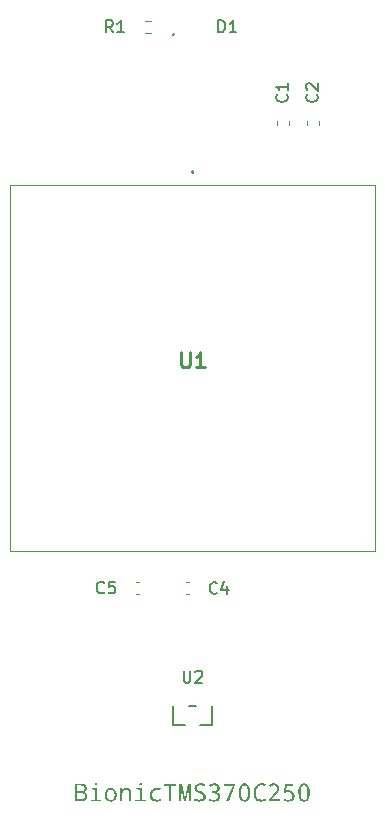
<source format=gbr>
G04 #@! TF.GenerationSoftware,KiCad,Pcbnew,9.0.7-9.0.7~ubuntu25.10.1*
G04 #@! TF.CreationDate,2026-02-01T15:22:41+09:00*
G04 #@! TF.ProjectId,bionic-tms370c250,62696f6e-6963-42d7-946d-733337306332,3*
G04 #@! TF.SameCoordinates,Original*
G04 #@! TF.FileFunction,Legend,Top*
G04 #@! TF.FilePolarity,Positive*
%FSLAX46Y46*%
G04 Gerber Fmt 4.6, Leading zero omitted, Abs format (unit mm)*
G04 Created by KiCad (PCBNEW 9.0.7-9.0.7~ubuntu25.10.1) date 2026-02-01 15:22:41*
%MOMM*%
%LPD*%
G01*
G04 APERTURE LIST*
%ADD10C,0.150000*%
%ADD11C,0.254000*%
%ADD12C,0.152400*%
%ADD13C,0.100000*%
%ADD14C,0.200000*%
%ADD15C,0.120000*%
G04 APERTURE END LIST*
D10*
G36*
X104364302Y-135676957D02*
G01*
X104476714Y-135695966D01*
X104562106Y-135724097D01*
X104625889Y-135759448D01*
X104679554Y-135808979D01*
X104718620Y-135871540D01*
X104743483Y-135949979D01*
X104752468Y-136048509D01*
X104743121Y-136132661D01*
X104716262Y-136204404D01*
X104671960Y-136266496D01*
X104613489Y-136315933D01*
X104541899Y-136351161D01*
X104454248Y-136371917D01*
X104454248Y-136382175D01*
X104566509Y-136410284D01*
X104650962Y-136450758D01*
X104713295Y-136502106D01*
X104757347Y-136564717D01*
X104784692Y-136640817D01*
X104794417Y-136734160D01*
X104785562Y-136834321D01*
X104760420Y-136919279D01*
X104719991Y-136991916D01*
X104663716Y-137054270D01*
X104595618Y-137103334D01*
X104515258Y-137139492D01*
X104420280Y-137162373D01*
X104307702Y-137170500D01*
X103767681Y-137170500D01*
X103767681Y-137007559D01*
X103959290Y-137007559D01*
X104273905Y-137007559D01*
X104379970Y-136998123D01*
X104458541Y-136972830D01*
X104516133Y-136934364D01*
X104557114Y-136882684D01*
X104583077Y-136815043D01*
X104592550Y-136726466D01*
X104583250Y-136646542D01*
X104557469Y-136584595D01*
X104516009Y-136536312D01*
X104456486Y-136499629D01*
X104373746Y-136475119D01*
X104260533Y-136465889D01*
X103959290Y-136465889D01*
X103959290Y-137007559D01*
X103767681Y-137007559D01*
X103767681Y-136302949D01*
X103959290Y-136302949D01*
X104250366Y-136302949D01*
X104356109Y-136295385D01*
X104431282Y-136275652D01*
X104483465Y-136246895D01*
X104522437Y-136204117D01*
X104547435Y-136144221D01*
X104556738Y-136061240D01*
X104547030Y-135983708D01*
X104520588Y-135927028D01*
X104478336Y-135885843D01*
X104423096Y-135858816D01*
X104342964Y-135840044D01*
X104229850Y-135832812D01*
X103959290Y-135832812D01*
X103959290Y-136302949D01*
X103767681Y-136302949D01*
X103767681Y-135669871D01*
X104218584Y-135669871D01*
X104364302Y-135676957D01*
G37*
G36*
X105536854Y-135581944D02*
G01*
X105585547Y-135589664D01*
X105617683Y-135610434D01*
X105637811Y-135644856D01*
X105645481Y-135698631D01*
X105636717Y-135752334D01*
X105613149Y-135787291D01*
X105578023Y-135809110D01*
X105536854Y-135816417D01*
X105487710Y-135808625D01*
X105455277Y-135787660D01*
X105434962Y-135752914D01*
X105427220Y-135698631D01*
X105434929Y-135644950D01*
X105455192Y-135610522D01*
X105487619Y-135589697D01*
X105536854Y-135581944D01*
G37*
G36*
X105442515Y-136191574D02*
G01*
X105166918Y-136170233D01*
X105166918Y-136045028D01*
X105629086Y-136045028D01*
X105629086Y-137023954D01*
X105989772Y-137044470D01*
X105989772Y-137170500D01*
X105090073Y-137170500D01*
X105090073Y-137044470D01*
X105442515Y-137023954D01*
X105442515Y-136191574D01*
G37*
G36*
X106886950Y-136037777D02*
G01*
X106982521Y-136067647D01*
X107067638Y-136116695D01*
X107144094Y-136186353D01*
X107204675Y-136269333D01*
X107248940Y-136365595D01*
X107276718Y-136477641D01*
X107286518Y-136608680D01*
X107276697Y-136744302D01*
X107249055Y-136858635D01*
X107205378Y-136955297D01*
X107146109Y-137037143D01*
X107070867Y-137105204D01*
X106985017Y-137153664D01*
X106886453Y-137183517D01*
X106772143Y-137193947D01*
X106664578Y-137183632D01*
X106569574Y-137153756D01*
X106484559Y-137104580D01*
X106407794Y-137034578D01*
X106347097Y-136951290D01*
X106302682Y-136854379D01*
X106274770Y-136741273D01*
X106264911Y-136608680D01*
X106457527Y-136608680D01*
X106466161Y-136738761D01*
X106489350Y-136837817D01*
X106524069Y-136912285D01*
X106568899Y-136967293D01*
X106624211Y-137006274D01*
X106692117Y-137030571D01*
X106776173Y-137039250D01*
X106859897Y-137030585D01*
X106927559Y-137006323D01*
X106982696Y-136967383D01*
X107027406Y-136912403D01*
X107062048Y-136837937D01*
X107085192Y-136738845D01*
X107093811Y-136608680D01*
X107085199Y-136480148D01*
X107062050Y-136382160D01*
X107027350Y-136308379D01*
X106982466Y-136253774D01*
X106926981Y-136215002D01*
X106858740Y-136190796D01*
X106774158Y-136182140D01*
X106690571Y-136190752D01*
X106623065Y-136214855D01*
X106568103Y-136253508D01*
X106523578Y-136308029D01*
X106489110Y-136381803D01*
X106466095Y-136479897D01*
X106457527Y-136608680D01*
X106264911Y-136608680D01*
X106274629Y-136473982D01*
X106301975Y-136360445D01*
X106345172Y-136264476D01*
X106403764Y-136183239D01*
X106478229Y-136115805D01*
X106563842Y-136067643D01*
X106662805Y-136037874D01*
X106778279Y-136027443D01*
X106886950Y-136037777D01*
G37*
G36*
X108314720Y-137170500D02*
G01*
X108314720Y-136447846D01*
X108306684Y-136360143D01*
X108285072Y-136294869D01*
X108252018Y-136246713D01*
X108207294Y-136212199D01*
X108148365Y-136190198D01*
X108070813Y-136182140D01*
X107986948Y-136190532D01*
X107919509Y-136213944D01*
X107864918Y-136251290D01*
X107820971Y-136303628D01*
X107787140Y-136374009D01*
X107764643Y-136467116D01*
X107756289Y-136588896D01*
X107756289Y-137170500D01*
X107569809Y-137170500D01*
X107569809Y-136045028D01*
X107720477Y-136045028D01*
X107748137Y-136199543D01*
X107758395Y-136199543D01*
X107805172Y-136138377D01*
X107861329Y-136091230D01*
X107928084Y-136056826D01*
X108007556Y-136035147D01*
X108102595Y-136027443D01*
X108214759Y-136036951D01*
X108302880Y-136063033D01*
X108372002Y-136103486D01*
X108425708Y-136158227D01*
X108465727Y-136229294D01*
X108491695Y-136320575D01*
X108501199Y-136437405D01*
X108501199Y-137170500D01*
X108314720Y-137170500D01*
G37*
G36*
X109313337Y-135581944D02*
G01*
X109362030Y-135589664D01*
X109394165Y-135610434D01*
X109414294Y-135644856D01*
X109421964Y-135698631D01*
X109413200Y-135752334D01*
X109389632Y-135787291D01*
X109354506Y-135809110D01*
X109313337Y-135816417D01*
X109264193Y-135808625D01*
X109231760Y-135787660D01*
X109211445Y-135752914D01*
X109203702Y-135698631D01*
X109211412Y-135644950D01*
X109231675Y-135610522D01*
X109264102Y-135589697D01*
X109313337Y-135581944D01*
G37*
G36*
X109218998Y-136191574D02*
G01*
X108943401Y-136170233D01*
X108943401Y-136045028D01*
X109405569Y-136045028D01*
X109405569Y-137023954D01*
X109766255Y-137044470D01*
X109766255Y-137170500D01*
X108866556Y-137170500D01*
X108866556Y-137044470D01*
X109218998Y-137023954D01*
X109218998Y-136191574D01*
G37*
G36*
X111010703Y-136087893D02*
G01*
X110947138Y-136249826D01*
X110843077Y-136215363D01*
X110752192Y-136196314D01*
X110672548Y-136190383D01*
X110567562Y-136199824D01*
X110484411Y-136225870D01*
X110418471Y-136266656D01*
X110366592Y-136322524D01*
X110327478Y-136395962D01*
X110301868Y-136491295D01*
X110292445Y-136614267D01*
X110301659Y-136735439D01*
X110326684Y-136829283D01*
X110364862Y-136901479D01*
X110415424Y-136956313D01*
X110479587Y-136996281D01*
X110560383Y-137021773D01*
X110662290Y-137031006D01*
X110768472Y-137024181D01*
X110877813Y-137003300D01*
X110991194Y-136967442D01*
X110991194Y-137131390D01*
X110897595Y-137164837D01*
X110786290Y-137186282D01*
X110654047Y-137193947D01*
X110523233Y-137183556D01*
X110413925Y-137154347D01*
X110322221Y-137108077D01*
X110245185Y-137044837D01*
X110184152Y-136966413D01*
X110138935Y-136871374D01*
X110110081Y-136756309D01*
X110099738Y-136616831D01*
X110106630Y-136499118D01*
X110126037Y-136398757D01*
X110156517Y-136313178D01*
X110197294Y-136240199D01*
X110248299Y-136178110D01*
X110326830Y-136114306D01*
X110420504Y-136067538D01*
X110532361Y-136037971D01*
X110666412Y-136027443D01*
X110786861Y-136034292D01*
X110901322Y-136054512D01*
X111010703Y-136087893D01*
G37*
G36*
X111906830Y-137170500D02*
G01*
X111715221Y-137170500D01*
X111715221Y-135837941D01*
X111286850Y-135837941D01*
X111286850Y-135669871D01*
X112334102Y-135669871D01*
X112334102Y-135837941D01*
X111906830Y-135837941D01*
X111906830Y-137170500D01*
G37*
G36*
X112986322Y-137170500D02*
G01*
X112701382Y-135856351D01*
X112693231Y-135858915D01*
X112707801Y-136115257D01*
X112711732Y-136274922D01*
X112711732Y-137170500D01*
X112556943Y-137170500D01*
X112556943Y-135669871D01*
X112810009Y-135669871D01*
X113064174Y-136893803D01*
X113070311Y-136893803D01*
X113326491Y-135669871D01*
X113584686Y-135669871D01*
X113584686Y-137170500D01*
X113427974Y-137170500D01*
X113427974Y-136261550D01*
X113442262Y-135860930D01*
X113434019Y-135860930D01*
X113144042Y-137170500D01*
X112986322Y-137170500D01*
G37*
G36*
X113844439Y-137124154D02*
G01*
X113844439Y-136942804D01*
X113990588Y-136992600D01*
X114131579Y-137021548D01*
X114268689Y-137031006D01*
X114394059Y-137021707D01*
X114484410Y-136997241D01*
X114548150Y-136961216D01*
X114591533Y-136914809D01*
X114617952Y-136856551D01*
X114627359Y-136782611D01*
X114618786Y-136714953D01*
X114594665Y-136661363D01*
X114555094Y-136618480D01*
X114502709Y-136584459D01*
X114410501Y-136539822D01*
X114262552Y-136482101D01*
X114123804Y-136423935D01*
X114024629Y-136364038D01*
X113956638Y-136303132D01*
X113916969Y-136248698D01*
X113888178Y-136186535D01*
X113870238Y-136115204D01*
X113863948Y-136032847D01*
X113872639Y-135946218D01*
X113897495Y-135872349D01*
X113938032Y-135808605D01*
X113995564Y-135753311D01*
X114063181Y-135711253D01*
X114144148Y-135679719D01*
X114241003Y-135659515D01*
X114356799Y-135652286D01*
X114511619Y-135661558D01*
X114653105Y-135688490D01*
X114783064Y-135732245D01*
X114717485Y-135900223D01*
X114583738Y-135854489D01*
X114461367Y-135828604D01*
X114348648Y-135820356D01*
X114244338Y-135828278D01*
X114168906Y-135849167D01*
X114115434Y-135880050D01*
X114078828Y-135920043D01*
X114056418Y-135970525D01*
X114048412Y-136034862D01*
X114056287Y-136101705D01*
X114078701Y-136156902D01*
X114115548Y-136203115D01*
X114165049Y-136239869D01*
X114252343Y-136284876D01*
X114392703Y-136339494D01*
X114559223Y-136408516D01*
X114666031Y-136470444D01*
X114729300Y-136525698D01*
X114775386Y-136593956D01*
X114803814Y-136675029D01*
X114813839Y-136772353D01*
X114804434Y-136868121D01*
X114777552Y-136949858D01*
X114733793Y-137020419D01*
X114671872Y-137081656D01*
X114598982Y-137128036D01*
X114509792Y-137163101D01*
X114401014Y-137185771D01*
X114268689Y-137193947D01*
X114087509Y-137184785D01*
X113948862Y-137160294D01*
X113844439Y-137124154D01*
G37*
G36*
X115669940Y-136384648D02*
G01*
X115669940Y-136390785D01*
X115793338Y-136417252D01*
X115885414Y-136457443D01*
X115952823Y-136509361D01*
X116000160Y-136573152D01*
X116029455Y-136651094D01*
X116039877Y-136747257D01*
X116030409Y-136848963D01*
X116003424Y-136935613D01*
X115959753Y-137010158D01*
X115898460Y-137074604D01*
X115825389Y-137123915D01*
X115735367Y-137161150D01*
X115624871Y-137185241D01*
X115489597Y-137193947D01*
X115363053Y-137188054D01*
X115256637Y-137171627D01*
X115167496Y-137146233D01*
X115093100Y-137112980D01*
X115093100Y-136938774D01*
X115221524Y-136992649D01*
X115351842Y-137024508D01*
X115485567Y-137035128D01*
X115608465Y-137024873D01*
X115698600Y-136997573D01*
X115763766Y-136956544D01*
X115809415Y-136902246D01*
X115837944Y-136832210D01*
X115848268Y-136741487D01*
X115838197Y-136664049D01*
X115809817Y-136602780D01*
X115762963Y-136553707D01*
X115693727Y-136515409D01*
X115595114Y-136489300D01*
X115457815Y-136479353D01*
X115321528Y-136479353D01*
X115321528Y-136320534D01*
X115457815Y-136320534D01*
X115564510Y-136310815D01*
X115647467Y-136284196D01*
X115711889Y-136242774D01*
X115761793Y-136185706D01*
X115791691Y-136118257D01*
X115802106Y-136037152D01*
X115793924Y-135970772D01*
X115770690Y-135916685D01*
X115732405Y-135872013D01*
X115682754Y-135839141D01*
X115621623Y-135818498D01*
X115545926Y-135811105D01*
X115457340Y-135818477D01*
X115369762Y-135840754D01*
X115282116Y-135878750D01*
X115193484Y-135934020D01*
X115099236Y-135805976D01*
X115199003Y-135738739D01*
X115305649Y-135691076D01*
X115420657Y-135662166D01*
X115545926Y-135652286D01*
X115651959Y-135659521D01*
X115740314Y-135679748D01*
X115813983Y-135711421D01*
X115875379Y-135753952D01*
X115926953Y-135808762D01*
X115963481Y-135871107D01*
X115985898Y-135942493D01*
X115993715Y-136025153D01*
X115983934Y-136116488D01*
X115955838Y-136194640D01*
X115909634Y-136262466D01*
X115848022Y-136316865D01*
X115769407Y-136357800D01*
X115669940Y-136384648D01*
G37*
G36*
X116559931Y-137170500D02*
G01*
X117136771Y-135839956D01*
X116364201Y-135839956D01*
X116364201Y-135669871D01*
X117327372Y-135669871D01*
X117327372Y-135818432D01*
X116758683Y-137170500D01*
X116559931Y-137170500D01*
G37*
G36*
X118196289Y-135654805D02*
G01*
X118276532Y-135678827D01*
X118346719Y-135717859D01*
X118408520Y-135772688D01*
X118462735Y-135845452D01*
X118511746Y-135945187D01*
X118549867Y-136070514D01*
X118575009Y-136226671D01*
X118584185Y-136419636D01*
X118575506Y-136613762D01*
X118551815Y-136769394D01*
X118516112Y-136892798D01*
X118470599Y-136989505D01*
X118416545Y-137064177D01*
X118354170Y-137120409D01*
X118282607Y-137160501D01*
X118199985Y-137185267D01*
X118103607Y-137193947D01*
X118012299Y-137185610D01*
X117933051Y-137161681D01*
X117863532Y-137122731D01*
X117802119Y-137067906D01*
X117748050Y-136995011D01*
X117699300Y-136895281D01*
X117661346Y-136769791D01*
X117636296Y-136613252D01*
X117627150Y-136419636D01*
X117627170Y-136419178D01*
X117816652Y-136419178D01*
X117822318Y-136591671D01*
X117837372Y-136722834D01*
X117859225Y-136820328D01*
X117885803Y-136890964D01*
X117926963Y-136955978D01*
X117975948Y-136999822D01*
X118033872Y-137026012D01*
X118103607Y-137035128D01*
X118174342Y-137025961D01*
X118233168Y-136999630D01*
X118282967Y-136955597D01*
X118324891Y-136890414D01*
X118352119Y-136819475D01*
X118374457Y-136721905D01*
X118389822Y-136590991D01*
X118395599Y-136419178D01*
X118389833Y-136248511D01*
X118374488Y-136118229D01*
X118352152Y-136020910D01*
X118324891Y-135949957D01*
X118282967Y-135884774D01*
X118233168Y-135840741D01*
X118174342Y-135814410D01*
X118103607Y-135805243D01*
X118033841Y-135814339D01*
X117975908Y-135840463D01*
X117926937Y-135884173D01*
X117885803Y-135948949D01*
X117859225Y-136019327D01*
X117837372Y-136116484D01*
X117822318Y-136247217D01*
X117816652Y-136419178D01*
X117627170Y-136419178D01*
X117635781Y-136225507D01*
X117659335Y-136069943D01*
X117694818Y-135946664D01*
X117740025Y-135850124D01*
X117793675Y-135775646D01*
X117855532Y-135719612D01*
X117926438Y-135679696D01*
X118008239Y-135655057D01*
X118103607Y-135646424D01*
X118196289Y-135654805D01*
G37*
G36*
X119887068Y-136966435D02*
G01*
X119887068Y-137133222D01*
X119785541Y-137165595D01*
X119664406Y-137186467D01*
X119520246Y-137193947D01*
X119393205Y-137184991D01*
X119283743Y-137159556D01*
X119189037Y-137119031D01*
X119106827Y-137063736D01*
X119035546Y-136992904D01*
X118978388Y-136911494D01*
X118932232Y-136816054D01*
X118897514Y-136704406D01*
X118875348Y-136573914D01*
X118867476Y-136421559D01*
X118875749Y-136277450D01*
X118899297Y-136151495D01*
X118936699Y-136041197D01*
X118987218Y-135944421D01*
X119050841Y-135859465D01*
X119128410Y-135785814D01*
X119215663Y-135728674D01*
X119313955Y-135687137D01*
X119425234Y-135661304D01*
X119551936Y-135652286D01*
X119700076Y-135662707D01*
X119829938Y-135692523D01*
X119944404Y-135740397D01*
X119864445Y-135900223D01*
X119757117Y-135855006D01*
X119653384Y-135828879D01*
X119551936Y-135820356D01*
X119445076Y-135830987D01*
X119352699Y-135861552D01*
X119271817Y-135911619D01*
X119200501Y-135982838D01*
X119145488Y-136066733D01*
X119104606Y-136166036D01*
X119078601Y-136283646D01*
X119069343Y-136423116D01*
X119078404Y-136572561D01*
X119103393Y-136694055D01*
X119141796Y-136792411D01*
X119192258Y-136871638D01*
X119259124Y-136937775D01*
X119339352Y-136985422D01*
X119435662Y-137015268D01*
X119552028Y-137025877D01*
X119640186Y-137020285D01*
X119750455Y-137001566D01*
X119887068Y-136966435D01*
G37*
G36*
X121089475Y-137170500D02*
G01*
X120156071Y-137170500D01*
X120156071Y-137010673D01*
X120514650Y-136620678D01*
X120694064Y-136413426D01*
X120777974Y-136295713D01*
X120813195Y-136222201D01*
X120834356Y-136143992D01*
X120841538Y-136059775D01*
X120833680Y-135985625D01*
X120811698Y-135926066D01*
X120776417Y-135877875D01*
X120729260Y-135841487D01*
X120671706Y-135819063D01*
X120600745Y-135811105D01*
X120522419Y-135819077D01*
X120442899Y-135843581D01*
X120360778Y-135886397D01*
X120274864Y-135950415D01*
X120170359Y-135828507D01*
X120274274Y-135749429D01*
X120379987Y-135695064D01*
X120488877Y-135663006D01*
X120602760Y-135652286D01*
X120701698Y-135659819D01*
X120785263Y-135681070D01*
X120856132Y-135714789D01*
X120916368Y-135760821D01*
X120965781Y-135818550D01*
X121001314Y-135885143D01*
X121023382Y-135962338D01*
X121031132Y-136052539D01*
X121024721Y-136132531D01*
X121004976Y-136215451D01*
X120970682Y-136302308D01*
X120922281Y-136384954D01*
X120828994Y-136508410D01*
X120672461Y-136686166D01*
X120384499Y-136992263D01*
X120384499Y-137000415D01*
X121089475Y-137000415D01*
X121089475Y-137170500D01*
G37*
G36*
X121429187Y-137112980D02*
G01*
X121429187Y-136936759D01*
X121504539Y-136978434D01*
X121590000Y-137009127D01*
X121687210Y-137028379D01*
X121798115Y-137035128D01*
X121896990Y-137027288D01*
X121973983Y-137005917D01*
X122033653Y-136973110D01*
X122079369Y-136929305D01*
X122112977Y-136873228D01*
X122134558Y-136802071D01*
X122142406Y-136711811D01*
X122132065Y-136616973D01*
X122103652Y-136544307D01*
X122058616Y-136488536D01*
X121995016Y-136446829D01*
X121907875Y-136419303D01*
X121789872Y-136409011D01*
X121692396Y-136414655D01*
X121553201Y-136434657D01*
X121460969Y-136376130D01*
X121517297Y-135669871D01*
X122224380Y-135669871D01*
X122224380Y-135839956D01*
X121679230Y-135839956D01*
X121639297Y-136270709D01*
X121748500Y-136255240D01*
X121853436Y-136250192D01*
X121960258Y-136258243D01*
X122052276Y-136281142D01*
X122131978Y-136317769D01*
X122201299Y-136368070D01*
X122258533Y-136431243D01*
X122299575Y-136504581D01*
X122325054Y-136590098D01*
X122334015Y-136690654D01*
X122324190Y-136810020D01*
X122296567Y-136909537D01*
X122252731Y-136992888D01*
X122192598Y-137062788D01*
X122118647Y-137117838D01*
X122029702Y-137158641D01*
X121922758Y-137184646D01*
X121793994Y-137193947D01*
X121677090Y-137188063D01*
X121579123Y-137171667D01*
X121497302Y-137146298D01*
X121429187Y-137112980D01*
G37*
G36*
X123231599Y-135654805D02*
G01*
X123311842Y-135678827D01*
X123382030Y-135717859D01*
X123443830Y-135772688D01*
X123498046Y-135845452D01*
X123547057Y-135945187D01*
X123585178Y-136070514D01*
X123610320Y-136226671D01*
X123619495Y-136419636D01*
X123610817Y-136613762D01*
X123587126Y-136769394D01*
X123551423Y-136892798D01*
X123505909Y-136989505D01*
X123451856Y-137064177D01*
X123389480Y-137120409D01*
X123317918Y-137160501D01*
X123235295Y-137185267D01*
X123138917Y-137193947D01*
X123047610Y-137185610D01*
X122968362Y-137161681D01*
X122898842Y-137122731D01*
X122837430Y-137067906D01*
X122783361Y-136995011D01*
X122734610Y-136895281D01*
X122696657Y-136769791D01*
X122671607Y-136613252D01*
X122662460Y-136419636D01*
X122662480Y-136419178D01*
X122851962Y-136419178D01*
X122857628Y-136591671D01*
X122872682Y-136722834D01*
X122894535Y-136820328D01*
X122921113Y-136890964D01*
X122962274Y-136955978D01*
X123011259Y-136999822D01*
X123069183Y-137026012D01*
X123138917Y-137035128D01*
X123209653Y-137025961D01*
X123268478Y-136999630D01*
X123318277Y-136955597D01*
X123360201Y-136890414D01*
X123387430Y-136819475D01*
X123409768Y-136721905D01*
X123425132Y-136590991D01*
X123430909Y-136419178D01*
X123425144Y-136248511D01*
X123409798Y-136118229D01*
X123387463Y-136020910D01*
X123360201Y-135949957D01*
X123318277Y-135884774D01*
X123268478Y-135840741D01*
X123209653Y-135814410D01*
X123138917Y-135805243D01*
X123069151Y-135814339D01*
X123011218Y-135840463D01*
X122962247Y-135884173D01*
X122921113Y-135948949D01*
X122894535Y-136019327D01*
X122872683Y-136116484D01*
X122857629Y-136247217D01*
X122851962Y-136419178D01*
X122662480Y-136419178D01*
X122671091Y-136225507D01*
X122694645Y-136069943D01*
X122730129Y-135946664D01*
X122775336Y-135850124D01*
X122828986Y-135775646D01*
X122890842Y-135719612D01*
X122961748Y-135679696D01*
X123043550Y-135655057D01*
X123138917Y-135646424D01*
X123231599Y-135654805D01*
G37*
X115882905Y-72055019D02*
X115882905Y-71055019D01*
X115882905Y-71055019D02*
X116121000Y-71055019D01*
X116121000Y-71055019D02*
X116263857Y-71102638D01*
X116263857Y-71102638D02*
X116359095Y-71197876D01*
X116359095Y-71197876D02*
X116406714Y-71293114D01*
X116406714Y-71293114D02*
X116454333Y-71483590D01*
X116454333Y-71483590D02*
X116454333Y-71626447D01*
X116454333Y-71626447D02*
X116406714Y-71816923D01*
X116406714Y-71816923D02*
X116359095Y-71912161D01*
X116359095Y-71912161D02*
X116263857Y-72007400D01*
X116263857Y-72007400D02*
X116121000Y-72055019D01*
X116121000Y-72055019D02*
X115882905Y-72055019D01*
X117406714Y-72055019D02*
X116835286Y-72055019D01*
X117121000Y-72055019D02*
X117121000Y-71055019D01*
X117121000Y-71055019D02*
X117025762Y-71197876D01*
X117025762Y-71197876D02*
X116930524Y-71293114D01*
X116930524Y-71293114D02*
X116835286Y-71340733D01*
D11*
X112732380Y-99166318D02*
X112732380Y-100194413D01*
X112732380Y-100194413D02*
X112792857Y-100315365D01*
X112792857Y-100315365D02*
X112853333Y-100375842D01*
X112853333Y-100375842D02*
X112974285Y-100436318D01*
X112974285Y-100436318D02*
X113216190Y-100436318D01*
X113216190Y-100436318D02*
X113337142Y-100375842D01*
X113337142Y-100375842D02*
X113397619Y-100315365D01*
X113397619Y-100315365D02*
X113458095Y-100194413D01*
X113458095Y-100194413D02*
X113458095Y-99166318D01*
X114728095Y-100436318D02*
X114002380Y-100436318D01*
X114365237Y-100436318D02*
X114365237Y-99166318D01*
X114365237Y-99166318D02*
X114244285Y-99347746D01*
X114244285Y-99347746D02*
X114123333Y-99468699D01*
X114123333Y-99468699D02*
X114002380Y-99529175D01*
D10*
X106218133Y-119483180D02*
X106170514Y-119530800D01*
X106170514Y-119530800D02*
X106027657Y-119578419D01*
X106027657Y-119578419D02*
X105932419Y-119578419D01*
X105932419Y-119578419D02*
X105789562Y-119530800D01*
X105789562Y-119530800D02*
X105694324Y-119435561D01*
X105694324Y-119435561D02*
X105646705Y-119340323D01*
X105646705Y-119340323D02*
X105599086Y-119149847D01*
X105599086Y-119149847D02*
X105599086Y-119006990D01*
X105599086Y-119006990D02*
X105646705Y-118816514D01*
X105646705Y-118816514D02*
X105694324Y-118721276D01*
X105694324Y-118721276D02*
X105789562Y-118626038D01*
X105789562Y-118626038D02*
X105932419Y-118578419D01*
X105932419Y-118578419D02*
X106027657Y-118578419D01*
X106027657Y-118578419D02*
X106170514Y-118626038D01*
X106170514Y-118626038D02*
X106218133Y-118673657D01*
X107122895Y-118578419D02*
X106646705Y-118578419D01*
X106646705Y-118578419D02*
X106599086Y-119054609D01*
X106599086Y-119054609D02*
X106646705Y-119006990D01*
X106646705Y-119006990D02*
X106741943Y-118959371D01*
X106741943Y-118959371D02*
X106980038Y-118959371D01*
X106980038Y-118959371D02*
X107075276Y-119006990D01*
X107075276Y-119006990D02*
X107122895Y-119054609D01*
X107122895Y-119054609D02*
X107170514Y-119149847D01*
X107170514Y-119149847D02*
X107170514Y-119387942D01*
X107170514Y-119387942D02*
X107122895Y-119483180D01*
X107122895Y-119483180D02*
X107075276Y-119530800D01*
X107075276Y-119530800D02*
X106980038Y-119578419D01*
X106980038Y-119578419D02*
X106741943Y-119578419D01*
X106741943Y-119578419D02*
X106646705Y-119530800D01*
X106646705Y-119530800D02*
X106599086Y-119483180D01*
X124219580Y-77328366D02*
X124267200Y-77375985D01*
X124267200Y-77375985D02*
X124314819Y-77518842D01*
X124314819Y-77518842D02*
X124314819Y-77614080D01*
X124314819Y-77614080D02*
X124267200Y-77756937D01*
X124267200Y-77756937D02*
X124171961Y-77852175D01*
X124171961Y-77852175D02*
X124076723Y-77899794D01*
X124076723Y-77899794D02*
X123886247Y-77947413D01*
X123886247Y-77947413D02*
X123743390Y-77947413D01*
X123743390Y-77947413D02*
X123552914Y-77899794D01*
X123552914Y-77899794D02*
X123457676Y-77852175D01*
X123457676Y-77852175D02*
X123362438Y-77756937D01*
X123362438Y-77756937D02*
X123314819Y-77614080D01*
X123314819Y-77614080D02*
X123314819Y-77518842D01*
X123314819Y-77518842D02*
X123362438Y-77375985D01*
X123362438Y-77375985D02*
X123410057Y-77328366D01*
X123410057Y-76947413D02*
X123362438Y-76899794D01*
X123362438Y-76899794D02*
X123314819Y-76804556D01*
X123314819Y-76804556D02*
X123314819Y-76566461D01*
X123314819Y-76566461D02*
X123362438Y-76471223D01*
X123362438Y-76471223D02*
X123410057Y-76423604D01*
X123410057Y-76423604D02*
X123505295Y-76375985D01*
X123505295Y-76375985D02*
X123600533Y-76375985D01*
X123600533Y-76375985D02*
X123743390Y-76423604D01*
X123743390Y-76423604D02*
X124314819Y-76995032D01*
X124314819Y-76995032D02*
X124314819Y-76375985D01*
X115767433Y-119508580D02*
X115719814Y-119556200D01*
X115719814Y-119556200D02*
X115576957Y-119603819D01*
X115576957Y-119603819D02*
X115481719Y-119603819D01*
X115481719Y-119603819D02*
X115338862Y-119556200D01*
X115338862Y-119556200D02*
X115243624Y-119460961D01*
X115243624Y-119460961D02*
X115196005Y-119365723D01*
X115196005Y-119365723D02*
X115148386Y-119175247D01*
X115148386Y-119175247D02*
X115148386Y-119032390D01*
X115148386Y-119032390D02*
X115196005Y-118841914D01*
X115196005Y-118841914D02*
X115243624Y-118746676D01*
X115243624Y-118746676D02*
X115338862Y-118651438D01*
X115338862Y-118651438D02*
X115481719Y-118603819D01*
X115481719Y-118603819D02*
X115576957Y-118603819D01*
X115576957Y-118603819D02*
X115719814Y-118651438D01*
X115719814Y-118651438D02*
X115767433Y-118699057D01*
X116624576Y-118937152D02*
X116624576Y-119603819D01*
X116386481Y-118556200D02*
X116148386Y-119270485D01*
X116148386Y-119270485D02*
X116767433Y-119270485D01*
X106954733Y-72055019D02*
X106621400Y-71578828D01*
X106383305Y-72055019D02*
X106383305Y-71055019D01*
X106383305Y-71055019D02*
X106764257Y-71055019D01*
X106764257Y-71055019D02*
X106859495Y-71102638D01*
X106859495Y-71102638D02*
X106907114Y-71150257D01*
X106907114Y-71150257D02*
X106954733Y-71245495D01*
X106954733Y-71245495D02*
X106954733Y-71388352D01*
X106954733Y-71388352D02*
X106907114Y-71483590D01*
X106907114Y-71483590D02*
X106859495Y-71531209D01*
X106859495Y-71531209D02*
X106764257Y-71578828D01*
X106764257Y-71578828D02*
X106383305Y-71578828D01*
X107907114Y-72055019D02*
X107335686Y-72055019D01*
X107621400Y-72055019D02*
X107621400Y-71055019D01*
X107621400Y-71055019D02*
X107526162Y-71197876D01*
X107526162Y-71197876D02*
X107430924Y-71293114D01*
X107430924Y-71293114D02*
X107335686Y-71340733D01*
X112938095Y-126122219D02*
X112938095Y-126931742D01*
X112938095Y-126931742D02*
X112985714Y-127026980D01*
X112985714Y-127026980D02*
X113033333Y-127074600D01*
X113033333Y-127074600D02*
X113128571Y-127122219D01*
X113128571Y-127122219D02*
X113319047Y-127122219D01*
X113319047Y-127122219D02*
X113414285Y-127074600D01*
X113414285Y-127074600D02*
X113461904Y-127026980D01*
X113461904Y-127026980D02*
X113509523Y-126931742D01*
X113509523Y-126931742D02*
X113509523Y-126122219D01*
X113938095Y-126217457D02*
X113985714Y-126169838D01*
X113985714Y-126169838D02*
X114080952Y-126122219D01*
X114080952Y-126122219D02*
X114319047Y-126122219D01*
X114319047Y-126122219D02*
X114414285Y-126169838D01*
X114414285Y-126169838D02*
X114461904Y-126217457D01*
X114461904Y-126217457D02*
X114509523Y-126312695D01*
X114509523Y-126312695D02*
X114509523Y-126407933D01*
X114509523Y-126407933D02*
X114461904Y-126550790D01*
X114461904Y-126550790D02*
X113890476Y-127122219D01*
X113890476Y-127122219D02*
X114509523Y-127122219D01*
X121679580Y-77328366D02*
X121727200Y-77375985D01*
X121727200Y-77375985D02*
X121774819Y-77518842D01*
X121774819Y-77518842D02*
X121774819Y-77614080D01*
X121774819Y-77614080D02*
X121727200Y-77756937D01*
X121727200Y-77756937D02*
X121631961Y-77852175D01*
X121631961Y-77852175D02*
X121536723Y-77899794D01*
X121536723Y-77899794D02*
X121346247Y-77947413D01*
X121346247Y-77947413D02*
X121203390Y-77947413D01*
X121203390Y-77947413D02*
X121012914Y-77899794D01*
X121012914Y-77899794D02*
X120917676Y-77852175D01*
X120917676Y-77852175D02*
X120822438Y-77756937D01*
X120822438Y-77756937D02*
X120774819Y-77614080D01*
X120774819Y-77614080D02*
X120774819Y-77518842D01*
X120774819Y-77518842D02*
X120822438Y-77375985D01*
X120822438Y-77375985D02*
X120870057Y-77328366D01*
X121774819Y-76375985D02*
X121774819Y-76947413D01*
X121774819Y-76661699D02*
X120774819Y-76661699D01*
X120774819Y-76661699D02*
X120917676Y-76756937D01*
X120917676Y-76756937D02*
X121012914Y-76852175D01*
X121012914Y-76852175D02*
X121060533Y-76947413D01*
D12*
X112125200Y-72286000D02*
G75*
G02*
X111972800Y-72286000I-76200J0D01*
G01*
X111972800Y-72286000D02*
G75*
G02*
X112125200Y-72286000I76200J0D01*
G01*
D13*
X98225000Y-85005000D02*
X129175000Y-85005000D01*
X98225000Y-115955000D02*
X98225000Y-85005000D01*
D14*
X113700000Y-83770000D02*
X113700000Y-83770000D01*
X113700000Y-83970000D02*
X113700000Y-83970000D01*
D13*
X129175000Y-85005000D02*
X129175000Y-115955000D01*
X129175000Y-115955000D02*
X98225000Y-115955000D01*
D14*
X113700000Y-83770000D02*
G75*
G02*
X113700000Y-83970000I0J-100000D01*
G01*
X113700000Y-83970000D02*
G75*
G02*
X113700000Y-83770000I0J100000D01*
G01*
D15*
X109172667Y-118613600D02*
X108880133Y-118613600D01*
X109172667Y-119633600D02*
X108880133Y-119633600D01*
X123350000Y-79898767D02*
X123350000Y-79606233D01*
X124370000Y-79898767D02*
X124370000Y-79606233D01*
X113147333Y-118613600D02*
X113439867Y-118613600D01*
X113147333Y-119633600D02*
X113439867Y-119633600D01*
X110170124Y-71077700D02*
X109660676Y-71077700D01*
X110170124Y-72122700D02*
X109660676Y-72122700D01*
D12*
X112048000Y-129067000D02*
X112048000Y-130721000D01*
X112048000Y-130721000D02*
X113037060Y-130721000D01*
X113987061Y-129067000D02*
X113412939Y-129067000D01*
X114362940Y-130721000D02*
X115352000Y-130721000D01*
X115352000Y-130721000D02*
X115352000Y-129067000D01*
D15*
X120810000Y-79898767D02*
X120810000Y-79606233D01*
X121830000Y-79898767D02*
X121830000Y-79606233D01*
M02*

</source>
